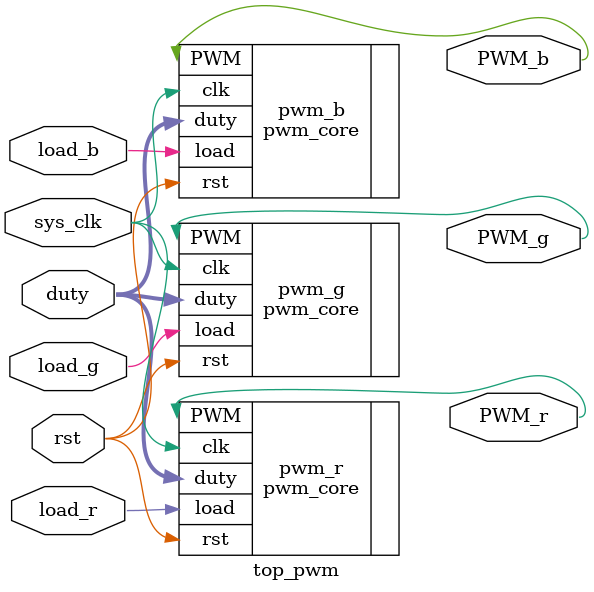
<source format=v>
`timescale 1ns / 1ps


module top_pwm #(parameter SIZE = 13)(
    input sys_clk,
    input rst,
    input load_r,
    input load_g,
    input load_b,
    input [SIZE-1:0] duty,
    output PWM_r,
    output PWM_g,
    output PWM_b
    );
    
    wire clk_slow;
    wire lock;
    wire clk_locked;
    
    
//    clk_wiz_0 CLK_GEN_SLOW(
//        //Clock Out Ports
//        .clk_out1(clk_slow),
//        // Status and control signals
//        .reset(rst),
//        .locked(lock),
//        //Clock in ports
//        .clk_in1(sys_clk)
//    );
    
    assign clk_locked = clk_slow & lock;
    
    pwm_core #(.R_SIZE(SIZE)) pwm_r (
        .clk(sys_clk),
        .rst(rst),
        .load(load_r),
        .duty(duty),
        .PWM(PWM_r)
    );
    pwm_core #(.R_SIZE(SIZE)) pwm_g(
        .clk(sys_clk),
        .rst(rst),
        .load(load_g),
        .duty(duty),
        .PWM(PWM_g)
    );
    pwm_core #(.R_SIZE(SIZE)) pwm_b(
        .clk(sys_clk),
        .rst(rst),
        .load(load_b),
        .duty(duty),
        .PWM(PWM_b)
    );
endmodule

</source>
